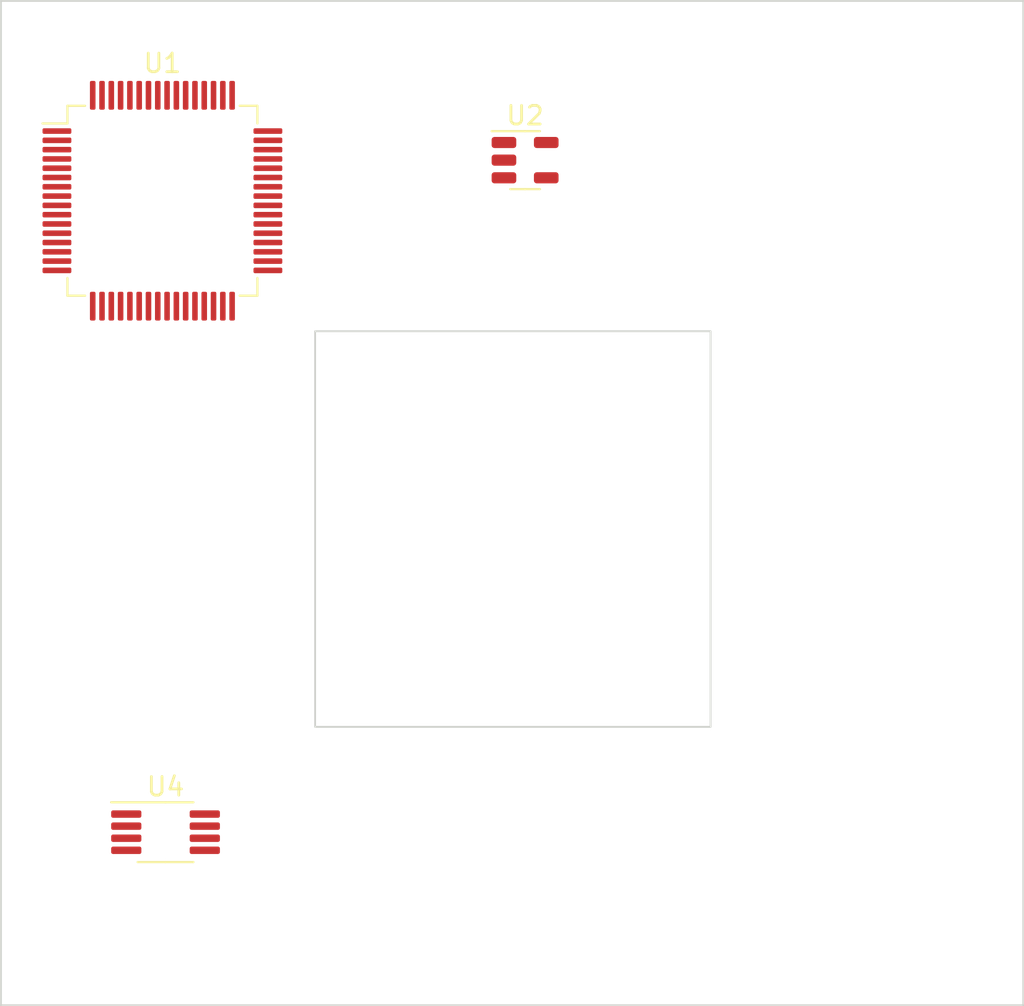
<source format=kicad_pcb>
(kicad_pcb (version 20221018) (generator pcbnew)
  (layers (0 "F.Cu" signal) (31 "B.Cu" signal) (34 "B.Paste" user) (35 "F.Paste" user) (36 "B.SilkS" user "B.Silkscreen") (37 "F.SilkS" user "F.Silkscreen") (38 "B.Mask" user) (39 "F.Mask" user) (44 "Edge.Cuts" user))
  (net 0 "")
  (net 1 "/GSR Lead +")
  (net 7 "Net-(U1-NRST)")
  (net 13 "Net-(U1-PA0)")
  (net 14 "Net-(U1-PA1)")
  (net 15 "Net-(U1-PA2)")
  (net 16 "Net-(U1-PA3)")
  (net 17 "GND")
  (net 18 "Net-(U1-PA4)")
  (net 27 "Net-(U1-PB10)")
  (net 49 "Net-(U1-PB3)")
  (net 56 "Net-(A2-VCC)")
  (net 57 "Net-(U2--)")
  (footprint "Package_QFP:LQFP-64_10x10mm_P0.5mm" (layer "F.Cu") (at 95.925 38.695)
    (fp_text reference "U1" (at 0 -7.4) (layer "F.SilkS"))
    (fp_text value "STM32F401RETx")
    (fp_line (start -5.11 -5.11) (end -5.11 -4.16) (stroke (width 0.12)) (layer "F.SilkS"))
    (fp_line (start -5.11 -4.16) (end -6.45 -4.16) (stroke (width 0.12)) (layer "F.SilkS"))
    (fp_line (start -5.11 5.11) (end -5.11 4.16) (stroke (width 0.12)) (layer "F.SilkS"))
    (fp_line (start -4.16 -5.11) (end -5.11 -5.11) (stroke (width 0.12)) (layer "F.SilkS"))
    (fp_line (start -4.16 5.11) (end -5.11 5.11) (stroke (width 0.12)) (layer "F.SilkS"))
    (fp_line (start 4.16 -5.11) (end 5.11 -5.11) (stroke (width 0.12)) (layer "F.SilkS"))
    (fp_line (start 4.16 5.11) (end 5.11 5.11) (stroke (width 0.12)) (layer "F.SilkS"))
    (fp_line (start 5.11 -5.11) (end 5.11 -4.16) (stroke (width 0.12)) (layer "F.SilkS"))
    (fp_line (start 5.11 5.11) (end 5.11 4.16) (stroke (width 0.12)) (layer "F.SilkS"))
    (pad "1" smd roundrect (at -5.675 -3.75) (size 1.55 0.3) (layers "F.Cu" "F.Paste" "F.Mask") (net 1 "/GSR Lead +"))
    (pad "2" smd roundrect (at -5.675 -3.25) (size 1.55 0.3) (layers "F.Cu" "F.Paste" "F.Mask"))
    (pad "3" smd roundrect (at -5.675 -2.75) (size 1.55 0.3) (layers "F.Cu" "F.Paste" "F.Mask"))
    (pad "4" smd roundrect (at -5.675 -2.25) (size 1.55 0.3) (layers "F.Cu" "F.Paste" "F.Mask"))
    (pad "5" smd roundrect (at -5.675 -1.75) (size 1.55 0.3) (layers "F.Cu" "F.Paste" "F.Mask"))
    (pad "6" smd roundrect (at -5.675 -1.25) (size 1.55 0.3) (layers "F.Cu" "F.Paste" "F.Mask"))
    (pad "7" smd roundrect (at -5.675 -0.75) (size 1.55 0.3) (layers "F.Cu" "F.Paste" "F.Mask") (net 7 "Net-(U1-NRST)"))
    (pad "8" smd roundrect (at -5.675 -0.25) (size 1.55 0.3) (layers "F.Cu" "F.Paste" "F.Mask"))
    (pad "9" smd roundrect (at -5.675 0.25) (size 1.55 0.3) (layers "F.Cu" "F.Paste" "F.Mask"))
    (pad "10" smd roundrect (at -5.675 0.75) (size 1.55 0.3) (layers "F.Cu" "F.Paste" "F.Mask"))
    (pad "11" smd roundrect (at -5.675 1.25) (size 1.55 0.3) (layers "F.Cu" "F.Paste" "F.Mask"))
    (pad "12" smd roundrect (at -5.675 1.75) (size 1.55 0.3) (layers "F.Cu" "F.Paste" "F.Mask"))
    (pad "13" smd roundrect (at -5.675 2.25) (size 1.55 0.3) (layers "F.Cu" "F.Paste" "F.Mask") (net 1 "/GSR Lead +"))
    (pad "14" smd roundrect (at -5.675 2.75) (size 1.55 0.3) (layers "F.Cu" "F.Paste" "F.Mask") (net 13 "Net-(U1-PA0)"))
    (pad "15" smd roundrect (at -5.675 3.25) (size 1.55 0.3) (layers "F.Cu" "F.Paste" "F.Mask") (net 14 "Net-(U1-PA1)"))
    (pad "16" smd roundrect (at -5.675 3.75) (size 1.55 0.3) (layers "F.Cu" "F.Paste" "F.Mask") (net 15 "Net-(U1-PA2)"))
    (pad "17" smd roundrect (at -3.75 5.675) (size 0.3 1.55) (layers "F.Cu" "F.Paste" "F.Mask") (net 16 "Net-(U1-PA3)"))
    (pad "18" smd roundrect (at -3.25 5.675) (size 0.3 1.55) (layers "F.Cu" "F.Paste" "F.Mask") (net 17 "GND"))
    (pad "19" smd roundrect (at -2.75 5.675) (size 0.3 1.55) (layers "F.Cu" "F.Paste" "F.Mask") (net 1 "/GSR Lead +"))
    (pad "20" smd roundrect (at -2.25 5.675) (size 0.3 1.55) (layers "F.Cu" "F.Paste" "F.Mask") (net 18 "Net-(U1-PA4)"))
    (pad "21" smd roundrect (at -1.75 5.675) (size 0.3 1.55) (layers "F.Cu" "F.Paste" "F.Mask"))
    (pad "22" smd roundrect (at -1.25 5.675) (size 0.3 1.55) (layers "F.Cu" "F.Paste" "F.Mask"))
    (pad "23" smd roundrect (at -0.75 5.675) (size 0.3 1.55) (layers "F.Cu" "F.Paste" "F.Mask"))
    (pad "24" smd roundrect (at -0.25 5.675) (size 0.3 1.55) (layers "F.Cu" "F.Paste" "F.Mask"))
    (pad "25" smd roundrect (at 0.25 5.675) (size 0.3 1.55) (layers "F.Cu" "F.Paste" "F.Mask"))
    (pad "26" smd roundrect (at 0.75 5.675) (size 0.3 1.55) (layers "F.Cu" "F.Paste" "F.Mask"))
    (pad "27" smd roundrect (at 1.25 5.675) (size 0.3 1.55) (layers "F.Cu" "F.Paste" "F.Mask"))
    (pad "28" smd roundrect (at 1.75 5.675) (size 0.3 1.55) (layers "F.Cu" "F.Paste" "F.Mask"))
    (pad "29" smd roundrect (at 2.25 5.675) (size 0.3 1.55) (layers "F.Cu" "F.Paste" "F.Mask") (net 27 "Net-(U1-PB10)"))
    (pad "30" smd roundrect (at 2.75 5.675) (size 0.3 1.55) (layers "F.Cu" "F.Paste" "F.Mask"))
    (pad "31" smd roundrect (at 3.25 5.675) (size 0.3 1.55) (layers "F.Cu" "F.Paste" "F.Mask") (net 17 "GND"))
    (pad "32" smd roundrect (at 3.75 5.675) (size 0.3 1.55) (layers "F.Cu" "F.Paste" "F.Mask") (net 1 "/GSR Lead +"))
    (pad "33" smd roundrect (at 5.675 3.75) (size 1.55 0.3) (layers "F.Cu" "F.Paste" "F.Mask"))
    (pad "34" smd roundrect (at 5.675 3.25) (size 1.55 0.3) (layers "F.Cu" "F.Paste" "F.Mask"))
    (pad "35" smd roundrect (at 5.675 2.75) (size 1.55 0.3) (layers "F.Cu" "F.Paste" "F.Mask"))
    (pad "36" smd roundrect (at 5.675 2.25) (size 1.55 0.3) (layers "F.Cu" "F.Paste" "F.Mask"))
    (pad "37" smd roundrect (at 5.675 1.75) (size 1.55 0.3) (layers "F.Cu" "F.Paste" "F.Mask"))
    (pad "38" smd roundrect (at 5.675 1.25) (size 1.55 0.3) (layers "F.Cu" "F.Paste" "F.Mask"))
    (pad "39" smd roundrect (at 5.675 0.75) (size 1.55 0.3) (layers "F.Cu" "F.Paste" "F.Mask"))
    (pad "40" smd roundrect (at 5.675 0.25) (size 1.55 0.3) (layers "F.Cu" "F.Paste" "F.Mask"))
    (pad "41" smd roundrect (at 5.675 -0.25) (size 1.55 0.3) (layers "F.Cu" "F.Paste" "F.Mask"))
    (pad "42" smd roundrect (at 5.675 -0.75) (size 1.55 0.3) (layers "F.Cu" "F.Paste" "F.Mask"))
    (pad "43" smd roundrect (at 5.675 -1.25) (size 1.55 0.3) (layers "F.Cu" "F.Paste" "F.Mask"))
    (pad "44" smd roundrect (at 5.675 -1.75) (size 1.55 0.3) (layers "F.Cu" "F.Paste" "F.Mask"))
    (pad "45" smd roundrect (at 5.675 -2.25) (size 1.55 0.3) (layers "F.Cu" "F.Paste" "F.Mask"))
    (pad "46" smd roundrect (at 5.675 -2.75) (size 1.55 0.3) (layers "F.Cu" "F.Paste" "F.Mask"))
    (pad "47" smd roundrect (at 5.675 -3.25) (size 1.55 0.3) (layers "F.Cu" "F.Paste" "F.Mask") (net 17 "GND"))
    (pad "48" smd roundrect (at 5.675 -3.75) (size 1.55 0.3) (layers "F.Cu" "F.Paste" "F.Mask") (net 1 "/GSR Lead +"))
    (pad "49" smd roundrect (at 3.75 -5.675) (size 0.3 1.55) (layers "F.Cu" "F.Paste" "F.Mask"))
    (pad "50" smd roundrect (at 3.25 -5.675) (size 0.3 1.55) (layers "F.Cu" "F.Paste" "F.Mask"))
    (pad "51" smd roundrect (at 2.75 -5.675) (size 0.3 1.55) (layers "F.Cu" "F.Paste" "F.Mask"))
    (pad "52" smd roundrect (at 2.25 -5.675) (size 0.3 1.55) (layers "F.Cu" "F.Paste" "F.Mask"))
    (pad "53" smd roundrect (at 1.75 -5.675) (size 0.3 1.55) (layers "F.Cu" "F.Paste" "F.Mask"))
    (pad "54" smd roundrect (at 1.25 -5.675) (size 0.3 1.55) (layers "F.Cu" "F.Paste" "F.Mask"))
    (pad "55" smd roundrect (at 0.75 -5.675) (size 0.3 1.55) (layers "F.Cu" "F.Paste" "F.Mask") (net 49 "Net-(U1-PB3)"))
    (pad "56" smd roundrect (at 0.25 -5.675) (size 0.3 1.55) (layers "F.Cu" "F.Paste" "F.Mask"))
    (pad "57" smd roundrect (at -0.25 -5.675) (size 0.3 1.55) (layers "F.Cu" "F.Paste" "F.Mask"))
    (pad "58" smd roundrect (at -0.75 -5.675) (size 0.3 1.55) (layers "F.Cu" "F.Paste" "F.Mask"))
    (pad "59" smd roundrect (at -1.25 -5.675) (size 0.3 1.55) (layers "F.Cu" "F.Paste" "F.Mask"))
    (pad "60" smd roundrect (at -1.75 -5.675) (size 0.3 1.55) (layers "F.Cu" "F.Paste" "F.Mask") (net 17 "GND"))
    (pad "61" smd roundrect (at -2.25 -5.675) (size 0.3 1.55) (layers "F.Cu" "F.Paste" "F.Mask"))
    (pad "62" smd roundrect (at -2.75 -5.675) (size 0.3 1.55) (layers "F.Cu" "F.Paste" "F.Mask"))
    (pad "63" smd roundrect (at -3.25 -5.675) (size 0.3 1.55) (layers "F.Cu" "F.Paste" "F.Mask") (net 17 "GND"))
    (pad "64" smd roundrect (at -3.75 -5.675) (size 0.3 1.55) (layers "F.Cu" "F.Paste" "F.Mask") (net 1 "/GSR Lead +"))
  )
  (footprint "Package_TO_SOT_SMD:SOT-23-5" (layer "F.Cu") (at 115.4375 36.51)
    (fp_text reference "U2" (at 0 -2.4) (layer "F.SilkS"))
    (fp_text value "MCP6001-OT")
    (fp_line (start 0 -1.56) (end -1.8 -1.56) (stroke (width 0.12)) (layer "F.SilkS"))
    (fp_line (start 0 -1.56) (end 0.8 -1.56) (stroke (width 0.12)) (layer "F.SilkS"))
    (fp_line (start 0 1.56) (end -0.8 1.56) (stroke (width 0.12)) (layer "F.SilkS"))
    (fp_line (start 0 1.56) (end 0.8 1.56) (stroke (width 0.12)) (layer "F.SilkS"))
    (pad "1" smd roundrect (at -1.1375 -0.95) (size 1.325 0.6) (layers "F.Cu" "F.Paste" "F.Mask") (net 14 "Net-(U1-PA1)"))
    (pad "2" smd roundrect (at -1.1375 0) (size 1.325 0.6) (layers "F.Cu" "F.Paste" "F.Mask") (net 17 "GND"))
    (pad "3" smd roundrect (at -1.1375 0.95) (size 1.325 0.6) (layers "F.Cu" "F.Paste" "F.Mask") (net 56 "Net-(A2-VCC)"))
    (pad "4" smd roundrect (at 1.1375 0.95) (size 1.325 0.6) (layers "F.Cu" "F.Paste" "F.Mask") (net 57 "Net-(U2--)"))
    (pad "5" smd roundrect (at 1.1375 -0.95) (size 1.325 0.6) (layers "F.Cu" "F.Paste" "F.Mask") (net 56 "Net-(A2-VCC)"))
  )
  (footprint "Package_SO:MSOP-8_3x3mm_P0.65mm" (layer "F.Cu") (at 96.0925 72.685)
    (fp_text reference "U4" (at 0 -2.45) (layer "F.SilkS"))
    (fp_text value "MCP9808_MSOP")
    (fp_line (start 0 -1.61) (end -2.925 -1.61) (stroke (width 0.12)) (layer "F.SilkS"))
    (fp_line (start 0 -1.61) (end 1.5 -1.61) (stroke (width 0.12)) (layer "F.SilkS"))
    (fp_line (start 0 1.61) (end -1.5 1.61) (stroke (width 0.12)) (layer "F.SilkS"))
    (fp_line (start 0 1.61) (end 1.5 1.61) (stroke (width 0.12)) (layer "F.SilkS"))
    (pad "1" smd roundrect (at -2.1125 -0.975) (size 1.625 0.4) (layers "F.Cu" "F.Paste" "F.Mask") (net 49 "Net-(U1-PB3)"))
    (pad "2" smd roundrect (at -2.1125 -0.325) (size 1.625 0.4) (layers "F.Cu" "F.Paste" "F.Mask") (net 27 "Net-(U1-PB10)"))
    (pad "3" smd roundrect (at -2.1125 0.325) (size 1.625 0.4) (layers "F.Cu" "F.Paste" "F.Mask"))
    (pad "4" smd roundrect (at -2.1125 0.975) (size 1.625 0.4) (layers "F.Cu" "F.Paste" "F.Mask") (net 17 "GND"))
    (pad "5" smd roundrect (at 2.1125 0.975) (size 1.625 0.4) (layers "F.Cu" "F.Paste" "F.Mask"))
    (pad "6" smd roundrect (at 2.1125 0.325) (size 1.625 0.4) (layers "F.Cu" "F.Paste" "F.Mask"))
    (pad "7" smd roundrect (at 2.1125 -0.325) (size 1.625 0.4) (layers "F.Cu" "F.Paste" "F.Mask"))
    (pad "8" smd roundrect (at 2.1125 -0.975) (size 1.625 0.4) (layers "F.Cu" "F.Paste" "F.Mask") (net 1 "/GSR Lead +"))
  )
  (gr_rect (start 87.236707 27.94) (end 142.24 82.001069) (stroke (width 0.1)) (fill none) (layer "Edge.Cuts"))
  (gr_rect (start 104.14 45.72) (end 125.416406 67.01561) (stroke (width 0.1)) (fill none) (layer "Edge.Cuts"))
)
</source>
